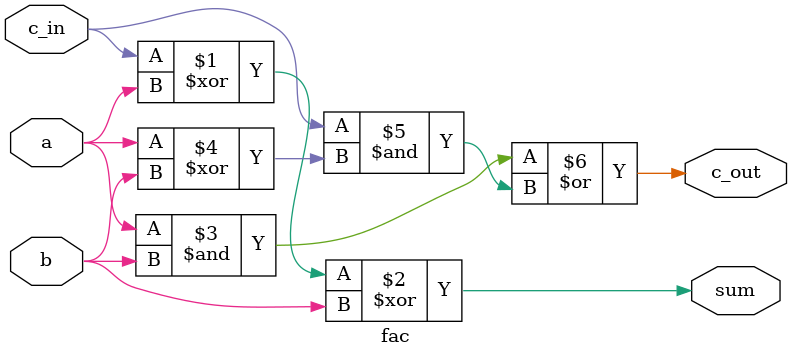
<source format=v>
module fac(input a, input b, input c_in, output sum, output c_out);

assign sum = c_in^a^b;
assign c_out = a & b | c_in & (a^b);

endmodule

</source>
